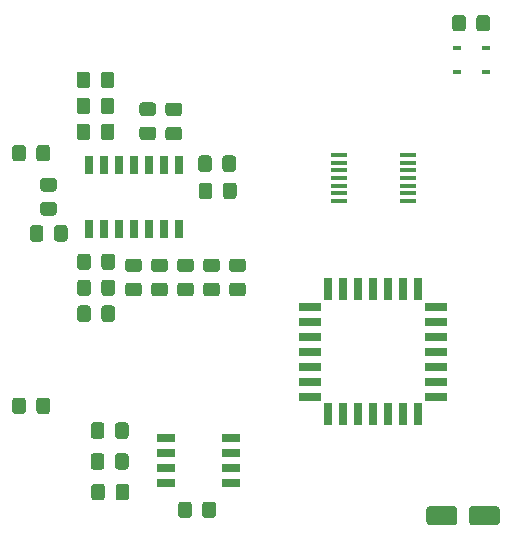
<source format=gbr>
%TF.GenerationSoftware,KiCad,Pcbnew,(5.1.6)-1*%
%TF.CreationDate,2022-10-15T16:32:03-04:00*%
%TF.ProjectId,Amiga-Stereo-Digitizer,416d6967-612d-4537-9465-72656f2d4469,rev?*%
%TF.SameCoordinates,Original*%
%TF.FileFunction,Paste,Top*%
%TF.FilePolarity,Positive*%
%FSLAX46Y46*%
G04 Gerber Fmt 4.6, Leading zero omitted, Abs format (unit mm)*
G04 Created by KiCad (PCBNEW (5.1.6)-1) date 2022-10-15 16:32:03*
%MOMM*%
%LPD*%
G01*
G04 APERTURE LIST*
%ADD10R,0.720000X0.420000*%
%ADD11R,1.528000X0.650000*%
%ADD12R,1.450000X0.450000*%
%ADD13R,0.650000X1.525000*%
%ADD14R,0.700000X1.925000*%
%ADD15R,1.925000X0.700000*%
G04 APERTURE END LIST*
%TO.C,C1*%
G36*
G01*
X157075000Y-89750001D02*
X157075000Y-88849999D01*
G75*
G02*
X157324999Y-88600000I249999J0D01*
G01*
X157975001Y-88600000D01*
G75*
G02*
X158225000Y-88849999I0J-249999D01*
G01*
X158225000Y-89750001D01*
G75*
G02*
X157975001Y-90000000I-249999J0D01*
G01*
X157324999Y-90000000D01*
G75*
G02*
X157075000Y-89750001I0J249999D01*
G01*
G37*
G36*
G01*
X155025000Y-89750001D02*
X155025000Y-88849999D01*
G75*
G02*
X155274999Y-88600000I249999J0D01*
G01*
X155925001Y-88600000D01*
G75*
G02*
X156175000Y-88849999I0J-249999D01*
G01*
X156175000Y-89750001D01*
G75*
G02*
X155925001Y-90000000I-249999J0D01*
G01*
X155274999Y-90000000D01*
G75*
G02*
X155025000Y-89750001I0J249999D01*
G01*
G37*
%TD*%
%TO.C,C2*%
G36*
G01*
X150675000Y-101049999D02*
X150675000Y-101950001D01*
G75*
G02*
X150425001Y-102200000I-249999J0D01*
G01*
X149774999Y-102200000D01*
G75*
G02*
X149525000Y-101950001I0J249999D01*
G01*
X149525000Y-101049999D01*
G75*
G02*
X149774999Y-100800000I249999J0D01*
G01*
X150425001Y-100800000D01*
G75*
G02*
X150675000Y-101049999I0J-249999D01*
G01*
G37*
G36*
G01*
X152725000Y-101049999D02*
X152725000Y-101950001D01*
G75*
G02*
X152475001Y-102200000I-249999J0D01*
G01*
X151824999Y-102200000D01*
G75*
G02*
X151575000Y-101950001I0J249999D01*
G01*
X151575000Y-101049999D01*
G75*
G02*
X151824999Y-100800000I249999J0D01*
G01*
X152475001Y-100800000D01*
G75*
G02*
X152725000Y-101049999I0J-249999D01*
G01*
G37*
%TD*%
%TO.C,C3*%
G36*
G01*
X154975000Y-78750001D02*
X154975000Y-77849999D01*
G75*
G02*
X155224999Y-77600000I249999J0D01*
G01*
X155875001Y-77600000D01*
G75*
G02*
X156125000Y-77849999I0J-249999D01*
G01*
X156125000Y-78750001D01*
G75*
G02*
X155875001Y-79000000I-249999J0D01*
G01*
X155224999Y-79000000D01*
G75*
G02*
X154975000Y-78750001I0J249999D01*
G01*
G37*
G36*
G01*
X157025000Y-78750001D02*
X157025000Y-77849999D01*
G75*
G02*
X157274999Y-77600000I249999J0D01*
G01*
X157925001Y-77600000D01*
G75*
G02*
X158175000Y-77849999I0J-249999D01*
G01*
X158175000Y-78750001D01*
G75*
G02*
X157925001Y-79000000I-249999J0D01*
G01*
X157274999Y-79000000D01*
G75*
G02*
X157025000Y-78750001I0J249999D01*
G01*
G37*
%TD*%
%TO.C,C4*%
G36*
G01*
X152725000Y-79649999D02*
X152725000Y-80550001D01*
G75*
G02*
X152475001Y-80800000I-249999J0D01*
G01*
X151824999Y-80800000D01*
G75*
G02*
X151575000Y-80550001I0J249999D01*
G01*
X151575000Y-79649999D01*
G75*
G02*
X151824999Y-79400000I249999J0D01*
G01*
X152475001Y-79400000D01*
G75*
G02*
X152725000Y-79649999I0J-249999D01*
G01*
G37*
G36*
G01*
X150675000Y-79649999D02*
X150675000Y-80550001D01*
G75*
G02*
X150425001Y-80800000I-249999J0D01*
G01*
X149774999Y-80800000D01*
G75*
G02*
X149525000Y-80550001I0J249999D01*
G01*
X149525000Y-79649999D01*
G75*
G02*
X149774999Y-79400000I249999J0D01*
G01*
X150425001Y-79400000D01*
G75*
G02*
X150675000Y-79649999I0J-249999D01*
G01*
G37*
%TD*%
%TO.C,C5*%
G36*
G01*
X160250001Y-92225000D02*
X159349999Y-92225000D01*
G75*
G02*
X159100000Y-91975001I0J249999D01*
G01*
X159100000Y-91324999D01*
G75*
G02*
X159349999Y-91075000I249999J0D01*
G01*
X160250001Y-91075000D01*
G75*
G02*
X160500000Y-91324999I0J-249999D01*
G01*
X160500000Y-91975001D01*
G75*
G02*
X160250001Y-92225000I-249999J0D01*
G01*
G37*
G36*
G01*
X160250001Y-90175000D02*
X159349999Y-90175000D01*
G75*
G02*
X159100000Y-89925001I0J249999D01*
G01*
X159100000Y-89274999D01*
G75*
G02*
X159349999Y-89025000I249999J0D01*
G01*
X160250001Y-89025000D01*
G75*
G02*
X160500000Y-89274999I0J-249999D01*
G01*
X160500000Y-89925001D01*
G75*
G02*
X160250001Y-90175000I-249999J0D01*
G01*
G37*
%TD*%
%TO.C,C6*%
G36*
G01*
X190800000Y-110250000D02*
X190800000Y-111350000D01*
G75*
G02*
X190550000Y-111600000I-250000J0D01*
G01*
X188450000Y-111600000D01*
G75*
G02*
X188200000Y-111350000I0J250000D01*
G01*
X188200000Y-110250000D01*
G75*
G02*
X188450000Y-110000000I250000J0D01*
G01*
X190550000Y-110000000D01*
G75*
G02*
X190800000Y-110250000I0J-250000D01*
G01*
G37*
G36*
G01*
X187200000Y-110250000D02*
X187200000Y-111350000D01*
G75*
G02*
X186950000Y-111600000I-250000J0D01*
G01*
X184850000Y-111600000D01*
G75*
G02*
X184600000Y-111350000I0J250000D01*
G01*
X184600000Y-110250000D01*
G75*
G02*
X184850000Y-110000000I250000J0D01*
G01*
X186950000Y-110000000D01*
G75*
G02*
X187200000Y-110250000I0J-250000D01*
G01*
G37*
%TD*%
%TO.C,C7*%
G36*
G01*
X157325000Y-105749999D02*
X157325000Y-106650001D01*
G75*
G02*
X157075001Y-106900000I-249999J0D01*
G01*
X156424999Y-106900000D01*
G75*
G02*
X156175000Y-106650001I0J249999D01*
G01*
X156175000Y-105749999D01*
G75*
G02*
X156424999Y-105500000I249999J0D01*
G01*
X157075001Y-105500000D01*
G75*
G02*
X157325000Y-105749999I0J-249999D01*
G01*
G37*
G36*
G01*
X159375000Y-105749999D02*
X159375000Y-106650001D01*
G75*
G02*
X159125001Y-106900000I-249999J0D01*
G01*
X158474999Y-106900000D01*
G75*
G02*
X158225000Y-106650001I0J249999D01*
G01*
X158225000Y-105749999D01*
G75*
G02*
X158474999Y-105500000I249999J0D01*
G01*
X159125001Y-105500000D01*
G75*
G02*
X159375000Y-105749999I0J-249999D01*
G01*
G37*
%TD*%
%TO.C,C8*%
G36*
G01*
X159375000Y-103149999D02*
X159375000Y-104050001D01*
G75*
G02*
X159125001Y-104300000I-249999J0D01*
G01*
X158474999Y-104300000D01*
G75*
G02*
X158225000Y-104050001I0J249999D01*
G01*
X158225000Y-103149999D01*
G75*
G02*
X158474999Y-102900000I249999J0D01*
G01*
X159125001Y-102900000D01*
G75*
G02*
X159375000Y-103149999I0J-249999D01*
G01*
G37*
G36*
G01*
X157325000Y-103149999D02*
X157325000Y-104050001D01*
G75*
G02*
X157075001Y-104300000I-249999J0D01*
G01*
X156424999Y-104300000D01*
G75*
G02*
X156175000Y-104050001I0J249999D01*
G01*
X156175000Y-103149999D01*
G75*
G02*
X156424999Y-102900000I249999J0D01*
G01*
X157075001Y-102900000D01*
G75*
G02*
X157325000Y-103149999I0J-249999D01*
G01*
G37*
%TD*%
D10*
%TO.C,D1*%
X187200000Y-71200000D03*
X189600000Y-71200000D03*
%TD*%
%TO.C,D2*%
X189600000Y-73200000D03*
X187200000Y-73200000D03*
%TD*%
D11*
%TO.C,IC1*%
X168011000Y-108005000D03*
X168011000Y-106735000D03*
X168011000Y-105465000D03*
X168011000Y-104195000D03*
X162589000Y-104195000D03*
X162589000Y-105465000D03*
X162589000Y-106735000D03*
X162589000Y-108005000D03*
%TD*%
D12*
%TO.C,IC4*%
X183025000Y-84150000D03*
X183025000Y-83500000D03*
X183025000Y-82850000D03*
X183025000Y-82200000D03*
X183025000Y-81550000D03*
X183025000Y-80900000D03*
X183025000Y-80250000D03*
X177175000Y-80250000D03*
X177175000Y-80900000D03*
X177175000Y-81550000D03*
X177175000Y-82200000D03*
X177175000Y-82850000D03*
X177175000Y-83500000D03*
X177175000Y-84150000D03*
%TD*%
%TO.C,R1*%
G36*
G01*
X157075000Y-91950001D02*
X157075000Y-91049999D01*
G75*
G02*
X157324999Y-90800000I249999J0D01*
G01*
X157975001Y-90800000D01*
G75*
G02*
X158225000Y-91049999I0J-249999D01*
G01*
X158225000Y-91950001D01*
G75*
G02*
X157975001Y-92200000I-249999J0D01*
G01*
X157324999Y-92200000D01*
G75*
G02*
X157075000Y-91950001I0J249999D01*
G01*
G37*
G36*
G01*
X155025000Y-91950001D02*
X155025000Y-91049999D01*
G75*
G02*
X155274999Y-90800000I249999J0D01*
G01*
X155925001Y-90800000D01*
G75*
G02*
X156175000Y-91049999I0J-249999D01*
G01*
X156175000Y-91950001D01*
G75*
G02*
X155925001Y-92200000I-249999J0D01*
G01*
X155274999Y-92200000D01*
G75*
G02*
X155025000Y-91950001I0J249999D01*
G01*
G37*
%TD*%
%TO.C,R2*%
G36*
G01*
X158225000Y-93249999D02*
X158225000Y-94150001D01*
G75*
G02*
X157975001Y-94400000I-249999J0D01*
G01*
X157324999Y-94400000D01*
G75*
G02*
X157075000Y-94150001I0J249999D01*
G01*
X157075000Y-93249999D01*
G75*
G02*
X157324999Y-93000000I249999J0D01*
G01*
X157975001Y-93000000D01*
G75*
G02*
X158225000Y-93249999I0J-249999D01*
G01*
G37*
G36*
G01*
X156175000Y-93249999D02*
X156175000Y-94150001D01*
G75*
G02*
X155925001Y-94400000I-249999J0D01*
G01*
X155274999Y-94400000D01*
G75*
G02*
X155025000Y-94150001I0J249999D01*
G01*
X155025000Y-93249999D01*
G75*
G02*
X155274999Y-93000000I249999J0D01*
G01*
X155925001Y-93000000D01*
G75*
G02*
X156175000Y-93249999I0J-249999D01*
G01*
G37*
%TD*%
%TO.C,R3*%
G36*
G01*
X162450001Y-92225000D02*
X161549999Y-92225000D01*
G75*
G02*
X161300000Y-91975001I0J249999D01*
G01*
X161300000Y-91324999D01*
G75*
G02*
X161549999Y-91075000I249999J0D01*
G01*
X162450001Y-91075000D01*
G75*
G02*
X162700000Y-91324999I0J-249999D01*
G01*
X162700000Y-91975001D01*
G75*
G02*
X162450001Y-92225000I-249999J0D01*
G01*
G37*
G36*
G01*
X162450001Y-90175000D02*
X161549999Y-90175000D01*
G75*
G02*
X161300000Y-89925001I0J249999D01*
G01*
X161300000Y-89274999D01*
G75*
G02*
X161549999Y-89025000I249999J0D01*
G01*
X162450001Y-89025000D01*
G75*
G02*
X162700000Y-89274999I0J-249999D01*
G01*
X162700000Y-89925001D01*
G75*
G02*
X162450001Y-90175000I-249999J0D01*
G01*
G37*
%TD*%
%TO.C,R4*%
G36*
G01*
X163749999Y-91075000D02*
X164650001Y-91075000D01*
G75*
G02*
X164900000Y-91324999I0J-249999D01*
G01*
X164900000Y-91975001D01*
G75*
G02*
X164650001Y-92225000I-249999J0D01*
G01*
X163749999Y-92225000D01*
G75*
G02*
X163500000Y-91975001I0J249999D01*
G01*
X163500000Y-91324999D01*
G75*
G02*
X163749999Y-91075000I249999J0D01*
G01*
G37*
G36*
G01*
X163749999Y-89025000D02*
X164650001Y-89025000D01*
G75*
G02*
X164900000Y-89274999I0J-249999D01*
G01*
X164900000Y-89925001D01*
G75*
G02*
X164650001Y-90175000I-249999J0D01*
G01*
X163749999Y-90175000D01*
G75*
G02*
X163500000Y-89925001I0J249999D01*
G01*
X163500000Y-89274999D01*
G75*
G02*
X163749999Y-89025000I249999J0D01*
G01*
G37*
%TD*%
%TO.C,R5*%
G36*
G01*
X152175000Y-86449999D02*
X152175000Y-87350001D01*
G75*
G02*
X151925001Y-87600000I-249999J0D01*
G01*
X151274999Y-87600000D01*
G75*
G02*
X151025000Y-87350001I0J249999D01*
G01*
X151025000Y-86449999D01*
G75*
G02*
X151274999Y-86200000I249999J0D01*
G01*
X151925001Y-86200000D01*
G75*
G02*
X152175000Y-86449999I0J-249999D01*
G01*
G37*
G36*
G01*
X154225000Y-86449999D02*
X154225000Y-87350001D01*
G75*
G02*
X153975001Y-87600000I-249999J0D01*
G01*
X153324999Y-87600000D01*
G75*
G02*
X153075000Y-87350001I0J249999D01*
G01*
X153075000Y-86449999D01*
G75*
G02*
X153324999Y-86200000I249999J0D01*
G01*
X153975001Y-86200000D01*
G75*
G02*
X154225000Y-86449999I0J-249999D01*
G01*
G37*
%TD*%
%TO.C,R6*%
G36*
G01*
X166850001Y-92225000D02*
X165949999Y-92225000D01*
G75*
G02*
X165700000Y-91975001I0J249999D01*
G01*
X165700000Y-91324999D01*
G75*
G02*
X165949999Y-91075000I249999J0D01*
G01*
X166850001Y-91075000D01*
G75*
G02*
X167100000Y-91324999I0J-249999D01*
G01*
X167100000Y-91975001D01*
G75*
G02*
X166850001Y-92225000I-249999J0D01*
G01*
G37*
G36*
G01*
X166850001Y-90175000D02*
X165949999Y-90175000D01*
G75*
G02*
X165700000Y-89925001I0J249999D01*
G01*
X165700000Y-89274999D01*
G75*
G02*
X165949999Y-89025000I249999J0D01*
G01*
X166850001Y-89025000D01*
G75*
G02*
X167100000Y-89274999I0J-249999D01*
G01*
X167100000Y-89925001D01*
G75*
G02*
X166850001Y-90175000I-249999J0D01*
G01*
G37*
%TD*%
%TO.C,R7*%
G36*
G01*
X168149999Y-91075000D02*
X169050001Y-91075000D01*
G75*
G02*
X169300000Y-91324999I0J-249999D01*
G01*
X169300000Y-91975001D01*
G75*
G02*
X169050001Y-92225000I-249999J0D01*
G01*
X168149999Y-92225000D01*
G75*
G02*
X167900000Y-91975001I0J249999D01*
G01*
X167900000Y-91324999D01*
G75*
G02*
X168149999Y-91075000I249999J0D01*
G01*
G37*
G36*
G01*
X168149999Y-89025000D02*
X169050001Y-89025000D01*
G75*
G02*
X169300000Y-89274999I0J-249999D01*
G01*
X169300000Y-89925001D01*
G75*
G02*
X169050001Y-90175000I-249999J0D01*
G01*
X168149999Y-90175000D01*
G75*
G02*
X167900000Y-89925001I0J249999D01*
G01*
X167900000Y-89274999D01*
G75*
G02*
X168149999Y-89025000I249999J0D01*
G01*
G37*
%TD*%
%TO.C,R8*%
G36*
G01*
X154975000Y-76550001D02*
X154975000Y-75649999D01*
G75*
G02*
X155224999Y-75400000I249999J0D01*
G01*
X155875001Y-75400000D01*
G75*
G02*
X156125000Y-75649999I0J-249999D01*
G01*
X156125000Y-76550001D01*
G75*
G02*
X155875001Y-76800000I-249999J0D01*
G01*
X155224999Y-76800000D01*
G75*
G02*
X154975000Y-76550001I0J249999D01*
G01*
G37*
G36*
G01*
X157025000Y-76550001D02*
X157025000Y-75649999D01*
G75*
G02*
X157274999Y-75400000I249999J0D01*
G01*
X157925001Y-75400000D01*
G75*
G02*
X158175000Y-75649999I0J-249999D01*
G01*
X158175000Y-76550001D01*
G75*
G02*
X157925001Y-76800000I-249999J0D01*
G01*
X157274999Y-76800000D01*
G75*
G02*
X157025000Y-76550001I0J249999D01*
G01*
G37*
%TD*%
%TO.C,R9*%
G36*
G01*
X158175000Y-73449999D02*
X158175000Y-74350001D01*
G75*
G02*
X157925001Y-74600000I-249999J0D01*
G01*
X157274999Y-74600000D01*
G75*
G02*
X157025000Y-74350001I0J249999D01*
G01*
X157025000Y-73449999D01*
G75*
G02*
X157274999Y-73200000I249999J0D01*
G01*
X157925001Y-73200000D01*
G75*
G02*
X158175000Y-73449999I0J-249999D01*
G01*
G37*
G36*
G01*
X156125000Y-73449999D02*
X156125000Y-74350001D01*
G75*
G02*
X155875001Y-74600000I-249999J0D01*
G01*
X155224999Y-74600000D01*
G75*
G02*
X154975000Y-74350001I0J249999D01*
G01*
X154975000Y-73449999D01*
G75*
G02*
X155224999Y-73200000I249999J0D01*
G01*
X155875001Y-73200000D01*
G75*
G02*
X156125000Y-73449999I0J-249999D01*
G01*
G37*
%TD*%
%TO.C,R10*%
G36*
G01*
X166475000Y-82849999D02*
X166475000Y-83750001D01*
G75*
G02*
X166225001Y-84000000I-249999J0D01*
G01*
X165574999Y-84000000D01*
G75*
G02*
X165325000Y-83750001I0J249999D01*
G01*
X165325000Y-82849999D01*
G75*
G02*
X165574999Y-82600000I249999J0D01*
G01*
X166225001Y-82600000D01*
G75*
G02*
X166475000Y-82849999I0J-249999D01*
G01*
G37*
G36*
G01*
X168525000Y-82849999D02*
X168525000Y-83750001D01*
G75*
G02*
X168275001Y-84000000I-249999J0D01*
G01*
X167624999Y-84000000D01*
G75*
G02*
X167375000Y-83750001I0J249999D01*
G01*
X167375000Y-82849999D01*
G75*
G02*
X167624999Y-82600000I249999J0D01*
G01*
X168275001Y-82600000D01*
G75*
G02*
X168525000Y-82849999I0J-249999D01*
G01*
G37*
%TD*%
%TO.C,R11*%
G36*
G01*
X165275000Y-81450001D02*
X165275000Y-80549999D01*
G75*
G02*
X165524999Y-80300000I249999J0D01*
G01*
X166175001Y-80300000D01*
G75*
G02*
X166425000Y-80549999I0J-249999D01*
G01*
X166425000Y-81450001D01*
G75*
G02*
X166175001Y-81700000I-249999J0D01*
G01*
X165524999Y-81700000D01*
G75*
G02*
X165275000Y-81450001I0J249999D01*
G01*
G37*
G36*
G01*
X167325000Y-81450001D02*
X167325000Y-80549999D01*
G75*
G02*
X167574999Y-80300000I249999J0D01*
G01*
X168225001Y-80300000D01*
G75*
G02*
X168475000Y-80549999I0J-249999D01*
G01*
X168475000Y-81450001D01*
G75*
G02*
X168225001Y-81700000I-249999J0D01*
G01*
X167574999Y-81700000D01*
G75*
G02*
X167325000Y-81450001I0J249999D01*
G01*
G37*
%TD*%
%TO.C,R12*%
G36*
G01*
X153050001Y-85400000D02*
X152149999Y-85400000D01*
G75*
G02*
X151900000Y-85150001I0J249999D01*
G01*
X151900000Y-84499999D01*
G75*
G02*
X152149999Y-84250000I249999J0D01*
G01*
X153050001Y-84250000D01*
G75*
G02*
X153300000Y-84499999I0J-249999D01*
G01*
X153300000Y-85150001D01*
G75*
G02*
X153050001Y-85400000I-249999J0D01*
G01*
G37*
G36*
G01*
X153050001Y-83350000D02*
X152149999Y-83350000D01*
G75*
G02*
X151900000Y-83100001I0J249999D01*
G01*
X151900000Y-82449999D01*
G75*
G02*
X152149999Y-82200000I249999J0D01*
G01*
X153050001Y-82200000D01*
G75*
G02*
X153300000Y-82449999I0J-249999D01*
G01*
X153300000Y-83100001D01*
G75*
G02*
X153050001Y-83350000I-249999J0D01*
G01*
G37*
%TD*%
%TO.C,R13*%
G36*
G01*
X162749999Y-75825000D02*
X163650001Y-75825000D01*
G75*
G02*
X163900000Y-76074999I0J-249999D01*
G01*
X163900000Y-76725001D01*
G75*
G02*
X163650001Y-76975000I-249999J0D01*
G01*
X162749999Y-76975000D01*
G75*
G02*
X162500000Y-76725001I0J249999D01*
G01*
X162500000Y-76074999D01*
G75*
G02*
X162749999Y-75825000I249999J0D01*
G01*
G37*
G36*
G01*
X162749999Y-77875000D02*
X163650001Y-77875000D01*
G75*
G02*
X163900000Y-78124999I0J-249999D01*
G01*
X163900000Y-78775001D01*
G75*
G02*
X163650001Y-79025000I-249999J0D01*
G01*
X162749999Y-79025000D01*
G75*
G02*
X162500000Y-78775001I0J249999D01*
G01*
X162500000Y-78124999D01*
G75*
G02*
X162749999Y-77875000I249999J0D01*
G01*
G37*
%TD*%
%TO.C,R14*%
G36*
G01*
X161450001Y-76950000D02*
X160549999Y-76950000D01*
G75*
G02*
X160300000Y-76700001I0J249999D01*
G01*
X160300000Y-76049999D01*
G75*
G02*
X160549999Y-75800000I249999J0D01*
G01*
X161450001Y-75800000D01*
G75*
G02*
X161700000Y-76049999I0J-249999D01*
G01*
X161700000Y-76700001D01*
G75*
G02*
X161450001Y-76950000I-249999J0D01*
G01*
G37*
G36*
G01*
X161450001Y-79000000D02*
X160549999Y-79000000D01*
G75*
G02*
X160300000Y-78750001I0J249999D01*
G01*
X160300000Y-78099999D01*
G75*
G02*
X160549999Y-77850000I249999J0D01*
G01*
X161450001Y-77850000D01*
G75*
G02*
X161700000Y-78099999I0J-249999D01*
G01*
X161700000Y-78750001D01*
G75*
G02*
X161450001Y-79000000I-249999J0D01*
G01*
G37*
%TD*%
%TO.C,R15*%
G36*
G01*
X159425000Y-108349999D02*
X159425000Y-109250001D01*
G75*
G02*
X159175001Y-109500000I-249999J0D01*
G01*
X158524999Y-109500000D01*
G75*
G02*
X158275000Y-109250001I0J249999D01*
G01*
X158275000Y-108349999D01*
G75*
G02*
X158524999Y-108100000I249999J0D01*
G01*
X159175001Y-108100000D01*
G75*
G02*
X159425000Y-108349999I0J-249999D01*
G01*
G37*
G36*
G01*
X157375000Y-108349999D02*
X157375000Y-109250001D01*
G75*
G02*
X157125001Y-109500000I-249999J0D01*
G01*
X156474999Y-109500000D01*
G75*
G02*
X156225000Y-109250001I0J249999D01*
G01*
X156225000Y-108349999D01*
G75*
G02*
X156474999Y-108100000I249999J0D01*
G01*
X157125001Y-108100000D01*
G75*
G02*
X157375000Y-108349999I0J-249999D01*
G01*
G37*
%TD*%
%TO.C,R16*%
G36*
G01*
X165625000Y-110750001D02*
X165625000Y-109849999D01*
G75*
G02*
X165874999Y-109600000I249999J0D01*
G01*
X166525001Y-109600000D01*
G75*
G02*
X166775000Y-109849999I0J-249999D01*
G01*
X166775000Y-110750001D01*
G75*
G02*
X166525001Y-111000000I-249999J0D01*
G01*
X165874999Y-111000000D01*
G75*
G02*
X165625000Y-110750001I0J249999D01*
G01*
G37*
G36*
G01*
X163575000Y-110750001D02*
X163575000Y-109849999D01*
G75*
G02*
X163824999Y-109600000I249999J0D01*
G01*
X164475001Y-109600000D01*
G75*
G02*
X164725000Y-109849999I0J-249999D01*
G01*
X164725000Y-110750001D01*
G75*
G02*
X164475001Y-111000000I-249999J0D01*
G01*
X163824999Y-111000000D01*
G75*
G02*
X163575000Y-110750001I0J249999D01*
G01*
G37*
%TD*%
%TO.C,R17*%
G36*
G01*
X188825000Y-69550001D02*
X188825000Y-68649999D01*
G75*
G02*
X189074999Y-68400000I249999J0D01*
G01*
X189725001Y-68400000D01*
G75*
G02*
X189975000Y-68649999I0J-249999D01*
G01*
X189975000Y-69550001D01*
G75*
G02*
X189725001Y-69800000I-249999J0D01*
G01*
X189074999Y-69800000D01*
G75*
G02*
X188825000Y-69550001I0J249999D01*
G01*
G37*
G36*
G01*
X186775000Y-69550001D02*
X186775000Y-68649999D01*
G75*
G02*
X187024999Y-68400000I249999J0D01*
G01*
X187675001Y-68400000D01*
G75*
G02*
X187925000Y-68649999I0J-249999D01*
G01*
X187925000Y-69550001D01*
G75*
G02*
X187675001Y-69800000I-249999J0D01*
G01*
X187024999Y-69800000D01*
G75*
G02*
X186775000Y-69550001I0J249999D01*
G01*
G37*
%TD*%
D13*
%TO.C,U3*%
X155990000Y-86512000D03*
X157260000Y-86512000D03*
X158530000Y-86512000D03*
X159800000Y-86512000D03*
X161070000Y-86512000D03*
X162340000Y-86512000D03*
X163610000Y-86512000D03*
X163610000Y-81088000D03*
X162340000Y-81088000D03*
X161070000Y-81088000D03*
X159800000Y-81088000D03*
X158530000Y-81088000D03*
X157260000Y-81088000D03*
X155990000Y-81088000D03*
%TD*%
D14*
%TO.C,IC2*%
X180100000Y-91577500D03*
X178830000Y-91577500D03*
X177560000Y-91577500D03*
X176290000Y-91577500D03*
X181370000Y-91577500D03*
X182640000Y-91577500D03*
X183910000Y-91577500D03*
D15*
X174777500Y-93090000D03*
X174777500Y-94360000D03*
X174777500Y-95630000D03*
X174777500Y-96900000D03*
X174777500Y-98170000D03*
X174777500Y-99440000D03*
X174777500Y-100710000D03*
D14*
X176290000Y-102222500D03*
X177560000Y-102222500D03*
X178830000Y-102222500D03*
X180100000Y-102222500D03*
X181370000Y-102222500D03*
X182640000Y-102222500D03*
X183910000Y-102222500D03*
D15*
X185422500Y-100710000D03*
X185422500Y-99440000D03*
X185422500Y-98170000D03*
X185422500Y-96900000D03*
X185422500Y-95630000D03*
X185422500Y-94360000D03*
X185422500Y-93090000D03*
%TD*%
M02*

</source>
